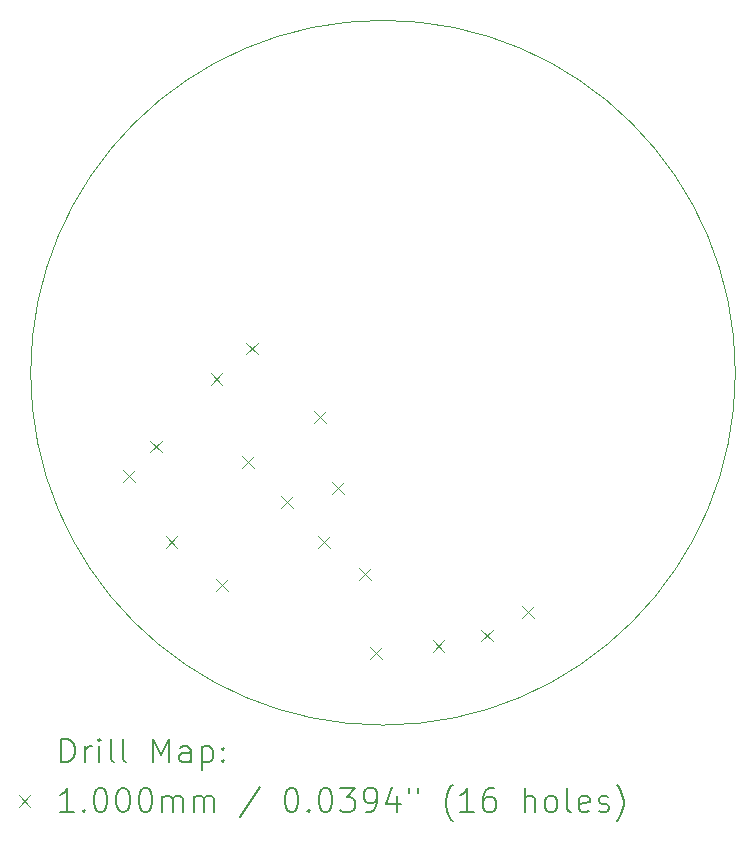
<source format=gbr>
%TF.GenerationSoftware,KiCad,Pcbnew,8.0.6+1*%
%TF.CreationDate,2024-11-22T08:02:13-05:00*%
%TF.ProjectId,GRRCoaster,47525243-6f61-4737-9465-722e6b696361,rev?*%
%TF.SameCoordinates,Original*%
%TF.FileFunction,Drillmap*%
%TF.FilePolarity,Positive*%
%FSLAX45Y45*%
G04 Gerber Fmt 4.5, Leading zero omitted, Abs format (unit mm)*
G04 Created by KiCad (PCBNEW 8.0.6+1) date 2024-11-22 08:02:13*
%MOMM*%
%LPD*%
G01*
G04 APERTURE LIST*
%ADD10C,0.050000*%
%ADD11C,0.200000*%
%ADD12C,0.100000*%
G04 APERTURE END LIST*
D10*
X7683287Y-4700000D02*
G75*
G02*
X1716713Y-4700000I-2983287J0D01*
G01*
X1716713Y-4700000D02*
G75*
G02*
X7683287Y-4700000I2983287J0D01*
G01*
D11*
D12*
X2500000Y-5525000D02*
X2600000Y-5625000D01*
X2600000Y-5525000D02*
X2500000Y-5625000D01*
X2730000Y-5275000D02*
X2830000Y-5375000D01*
X2830000Y-5275000D02*
X2730000Y-5375000D01*
X2860000Y-6085000D02*
X2960000Y-6185000D01*
X2960000Y-6085000D02*
X2860000Y-6185000D01*
X3240000Y-4705000D02*
X3340000Y-4805000D01*
X3340000Y-4705000D02*
X3240000Y-4805000D01*
X3290000Y-6445000D02*
X3390000Y-6545000D01*
X3390000Y-6445000D02*
X3290000Y-6545000D01*
X3510000Y-5405000D02*
X3610000Y-5505000D01*
X3610000Y-5405000D02*
X3510000Y-5505000D01*
X3540000Y-4445000D02*
X3640000Y-4545000D01*
X3640000Y-4445000D02*
X3540000Y-4545000D01*
X3840000Y-5745000D02*
X3940000Y-5845000D01*
X3940000Y-5745000D02*
X3840000Y-5845000D01*
X4120000Y-5025000D02*
X4220000Y-5125000D01*
X4220000Y-5025000D02*
X4120000Y-5125000D01*
X4150000Y-6085000D02*
X4250000Y-6185000D01*
X4250000Y-6085000D02*
X4150000Y-6185000D01*
X4270000Y-5625000D02*
X4370000Y-5725000D01*
X4370000Y-5625000D02*
X4270000Y-5725000D01*
X4500000Y-6355000D02*
X4600000Y-6455000D01*
X4600000Y-6355000D02*
X4500000Y-6455000D01*
X4590000Y-7025000D02*
X4690000Y-7125000D01*
X4690000Y-7025000D02*
X4590000Y-7125000D01*
X5120000Y-6965000D02*
X5220000Y-7065000D01*
X5220000Y-6965000D02*
X5120000Y-7065000D01*
X5530000Y-6875000D02*
X5630000Y-6975000D01*
X5630000Y-6875000D02*
X5530000Y-6975000D01*
X5880000Y-6675000D02*
X5980000Y-6775000D01*
X5980000Y-6675000D02*
X5880000Y-6775000D01*
D11*
X1974990Y-7997271D02*
X1974990Y-7797271D01*
X1974990Y-7797271D02*
X2022609Y-7797271D01*
X2022609Y-7797271D02*
X2051180Y-7806794D01*
X2051180Y-7806794D02*
X2070228Y-7825842D01*
X2070228Y-7825842D02*
X2079752Y-7844890D01*
X2079752Y-7844890D02*
X2089276Y-7882985D01*
X2089276Y-7882985D02*
X2089276Y-7911556D01*
X2089276Y-7911556D02*
X2079752Y-7949651D01*
X2079752Y-7949651D02*
X2070228Y-7968699D01*
X2070228Y-7968699D02*
X2051180Y-7987747D01*
X2051180Y-7987747D02*
X2022609Y-7997271D01*
X2022609Y-7997271D02*
X1974990Y-7997271D01*
X2174990Y-7997271D02*
X2174990Y-7863937D01*
X2174990Y-7902032D02*
X2184514Y-7882985D01*
X2184514Y-7882985D02*
X2194038Y-7873461D01*
X2194038Y-7873461D02*
X2213085Y-7863937D01*
X2213085Y-7863937D02*
X2232133Y-7863937D01*
X2298800Y-7997271D02*
X2298800Y-7863937D01*
X2298800Y-7797271D02*
X2289276Y-7806794D01*
X2289276Y-7806794D02*
X2298800Y-7816318D01*
X2298800Y-7816318D02*
X2308323Y-7806794D01*
X2308323Y-7806794D02*
X2298800Y-7797271D01*
X2298800Y-7797271D02*
X2298800Y-7816318D01*
X2422609Y-7997271D02*
X2403561Y-7987747D01*
X2403561Y-7987747D02*
X2394038Y-7968699D01*
X2394038Y-7968699D02*
X2394038Y-7797271D01*
X2527371Y-7997271D02*
X2508323Y-7987747D01*
X2508323Y-7987747D02*
X2498800Y-7968699D01*
X2498800Y-7968699D02*
X2498800Y-7797271D01*
X2755942Y-7997271D02*
X2755942Y-7797271D01*
X2755942Y-7797271D02*
X2822609Y-7940128D01*
X2822609Y-7940128D02*
X2889276Y-7797271D01*
X2889276Y-7797271D02*
X2889276Y-7997271D01*
X3070228Y-7997271D02*
X3070228Y-7892509D01*
X3070228Y-7892509D02*
X3060704Y-7873461D01*
X3060704Y-7873461D02*
X3041657Y-7863937D01*
X3041657Y-7863937D02*
X3003561Y-7863937D01*
X3003561Y-7863937D02*
X2984514Y-7873461D01*
X3070228Y-7987747D02*
X3051180Y-7997271D01*
X3051180Y-7997271D02*
X3003561Y-7997271D01*
X3003561Y-7997271D02*
X2984514Y-7987747D01*
X2984514Y-7987747D02*
X2974990Y-7968699D01*
X2974990Y-7968699D02*
X2974990Y-7949651D01*
X2974990Y-7949651D02*
X2984514Y-7930604D01*
X2984514Y-7930604D02*
X3003561Y-7921080D01*
X3003561Y-7921080D02*
X3051180Y-7921080D01*
X3051180Y-7921080D02*
X3070228Y-7911556D01*
X3165466Y-7863937D02*
X3165466Y-8063937D01*
X3165466Y-7873461D02*
X3184514Y-7863937D01*
X3184514Y-7863937D02*
X3222609Y-7863937D01*
X3222609Y-7863937D02*
X3241657Y-7873461D01*
X3241657Y-7873461D02*
X3251180Y-7882985D01*
X3251180Y-7882985D02*
X3260704Y-7902032D01*
X3260704Y-7902032D02*
X3260704Y-7959175D01*
X3260704Y-7959175D02*
X3251180Y-7978223D01*
X3251180Y-7978223D02*
X3241657Y-7987747D01*
X3241657Y-7987747D02*
X3222609Y-7997271D01*
X3222609Y-7997271D02*
X3184514Y-7997271D01*
X3184514Y-7997271D02*
X3165466Y-7987747D01*
X3346419Y-7978223D02*
X3355942Y-7987747D01*
X3355942Y-7987747D02*
X3346419Y-7997271D01*
X3346419Y-7997271D02*
X3336895Y-7987747D01*
X3336895Y-7987747D02*
X3346419Y-7978223D01*
X3346419Y-7978223D02*
X3346419Y-7997271D01*
X3346419Y-7873461D02*
X3355942Y-7882985D01*
X3355942Y-7882985D02*
X3346419Y-7892509D01*
X3346419Y-7892509D02*
X3336895Y-7882985D01*
X3336895Y-7882985D02*
X3346419Y-7873461D01*
X3346419Y-7873461D02*
X3346419Y-7892509D01*
D12*
X1614213Y-8275787D02*
X1714213Y-8375787D01*
X1714213Y-8275787D02*
X1614213Y-8375787D01*
D11*
X2079752Y-8417271D02*
X1965466Y-8417271D01*
X2022609Y-8417271D02*
X2022609Y-8217271D01*
X2022609Y-8217271D02*
X2003561Y-8245842D01*
X2003561Y-8245842D02*
X1984514Y-8264890D01*
X1984514Y-8264890D02*
X1965466Y-8274413D01*
X2165466Y-8398223D02*
X2174990Y-8407747D01*
X2174990Y-8407747D02*
X2165466Y-8417271D01*
X2165466Y-8417271D02*
X2155942Y-8407747D01*
X2155942Y-8407747D02*
X2165466Y-8398223D01*
X2165466Y-8398223D02*
X2165466Y-8417271D01*
X2298800Y-8217271D02*
X2317847Y-8217271D01*
X2317847Y-8217271D02*
X2336895Y-8226794D01*
X2336895Y-8226794D02*
X2346419Y-8236318D01*
X2346419Y-8236318D02*
X2355942Y-8255366D01*
X2355942Y-8255366D02*
X2365466Y-8293461D01*
X2365466Y-8293461D02*
X2365466Y-8341080D01*
X2365466Y-8341080D02*
X2355942Y-8379175D01*
X2355942Y-8379175D02*
X2346419Y-8398223D01*
X2346419Y-8398223D02*
X2336895Y-8407747D01*
X2336895Y-8407747D02*
X2317847Y-8417271D01*
X2317847Y-8417271D02*
X2298800Y-8417271D01*
X2298800Y-8417271D02*
X2279752Y-8407747D01*
X2279752Y-8407747D02*
X2270228Y-8398223D01*
X2270228Y-8398223D02*
X2260704Y-8379175D01*
X2260704Y-8379175D02*
X2251181Y-8341080D01*
X2251181Y-8341080D02*
X2251181Y-8293461D01*
X2251181Y-8293461D02*
X2260704Y-8255366D01*
X2260704Y-8255366D02*
X2270228Y-8236318D01*
X2270228Y-8236318D02*
X2279752Y-8226794D01*
X2279752Y-8226794D02*
X2298800Y-8217271D01*
X2489276Y-8217271D02*
X2508323Y-8217271D01*
X2508323Y-8217271D02*
X2527371Y-8226794D01*
X2527371Y-8226794D02*
X2536895Y-8236318D01*
X2536895Y-8236318D02*
X2546419Y-8255366D01*
X2546419Y-8255366D02*
X2555942Y-8293461D01*
X2555942Y-8293461D02*
X2555942Y-8341080D01*
X2555942Y-8341080D02*
X2546419Y-8379175D01*
X2546419Y-8379175D02*
X2536895Y-8398223D01*
X2536895Y-8398223D02*
X2527371Y-8407747D01*
X2527371Y-8407747D02*
X2508323Y-8417271D01*
X2508323Y-8417271D02*
X2489276Y-8417271D01*
X2489276Y-8417271D02*
X2470228Y-8407747D01*
X2470228Y-8407747D02*
X2460704Y-8398223D01*
X2460704Y-8398223D02*
X2451181Y-8379175D01*
X2451181Y-8379175D02*
X2441657Y-8341080D01*
X2441657Y-8341080D02*
X2441657Y-8293461D01*
X2441657Y-8293461D02*
X2451181Y-8255366D01*
X2451181Y-8255366D02*
X2460704Y-8236318D01*
X2460704Y-8236318D02*
X2470228Y-8226794D01*
X2470228Y-8226794D02*
X2489276Y-8217271D01*
X2679752Y-8217271D02*
X2698800Y-8217271D01*
X2698800Y-8217271D02*
X2717847Y-8226794D01*
X2717847Y-8226794D02*
X2727371Y-8236318D01*
X2727371Y-8236318D02*
X2736895Y-8255366D01*
X2736895Y-8255366D02*
X2746419Y-8293461D01*
X2746419Y-8293461D02*
X2746419Y-8341080D01*
X2746419Y-8341080D02*
X2736895Y-8379175D01*
X2736895Y-8379175D02*
X2727371Y-8398223D01*
X2727371Y-8398223D02*
X2717847Y-8407747D01*
X2717847Y-8407747D02*
X2698800Y-8417271D01*
X2698800Y-8417271D02*
X2679752Y-8417271D01*
X2679752Y-8417271D02*
X2660704Y-8407747D01*
X2660704Y-8407747D02*
X2651181Y-8398223D01*
X2651181Y-8398223D02*
X2641657Y-8379175D01*
X2641657Y-8379175D02*
X2632133Y-8341080D01*
X2632133Y-8341080D02*
X2632133Y-8293461D01*
X2632133Y-8293461D02*
X2641657Y-8255366D01*
X2641657Y-8255366D02*
X2651181Y-8236318D01*
X2651181Y-8236318D02*
X2660704Y-8226794D01*
X2660704Y-8226794D02*
X2679752Y-8217271D01*
X2832133Y-8417271D02*
X2832133Y-8283937D01*
X2832133Y-8302985D02*
X2841657Y-8293461D01*
X2841657Y-8293461D02*
X2860704Y-8283937D01*
X2860704Y-8283937D02*
X2889276Y-8283937D01*
X2889276Y-8283937D02*
X2908323Y-8293461D01*
X2908323Y-8293461D02*
X2917847Y-8312509D01*
X2917847Y-8312509D02*
X2917847Y-8417271D01*
X2917847Y-8312509D02*
X2927371Y-8293461D01*
X2927371Y-8293461D02*
X2946419Y-8283937D01*
X2946419Y-8283937D02*
X2974990Y-8283937D01*
X2974990Y-8283937D02*
X2994038Y-8293461D01*
X2994038Y-8293461D02*
X3003561Y-8312509D01*
X3003561Y-8312509D02*
X3003561Y-8417271D01*
X3098800Y-8417271D02*
X3098800Y-8283937D01*
X3098800Y-8302985D02*
X3108323Y-8293461D01*
X3108323Y-8293461D02*
X3127371Y-8283937D01*
X3127371Y-8283937D02*
X3155942Y-8283937D01*
X3155942Y-8283937D02*
X3174990Y-8293461D01*
X3174990Y-8293461D02*
X3184514Y-8312509D01*
X3184514Y-8312509D02*
X3184514Y-8417271D01*
X3184514Y-8312509D02*
X3194038Y-8293461D01*
X3194038Y-8293461D02*
X3213085Y-8283937D01*
X3213085Y-8283937D02*
X3241657Y-8283937D01*
X3241657Y-8283937D02*
X3260704Y-8293461D01*
X3260704Y-8293461D02*
X3270228Y-8312509D01*
X3270228Y-8312509D02*
X3270228Y-8417271D01*
X3660704Y-8207747D02*
X3489276Y-8464890D01*
X3917847Y-8217271D02*
X3936895Y-8217271D01*
X3936895Y-8217271D02*
X3955943Y-8226794D01*
X3955943Y-8226794D02*
X3965466Y-8236318D01*
X3965466Y-8236318D02*
X3974990Y-8255366D01*
X3974990Y-8255366D02*
X3984514Y-8293461D01*
X3984514Y-8293461D02*
X3984514Y-8341080D01*
X3984514Y-8341080D02*
X3974990Y-8379175D01*
X3974990Y-8379175D02*
X3965466Y-8398223D01*
X3965466Y-8398223D02*
X3955943Y-8407747D01*
X3955943Y-8407747D02*
X3936895Y-8417271D01*
X3936895Y-8417271D02*
X3917847Y-8417271D01*
X3917847Y-8417271D02*
X3898800Y-8407747D01*
X3898800Y-8407747D02*
X3889276Y-8398223D01*
X3889276Y-8398223D02*
X3879752Y-8379175D01*
X3879752Y-8379175D02*
X3870228Y-8341080D01*
X3870228Y-8341080D02*
X3870228Y-8293461D01*
X3870228Y-8293461D02*
X3879752Y-8255366D01*
X3879752Y-8255366D02*
X3889276Y-8236318D01*
X3889276Y-8236318D02*
X3898800Y-8226794D01*
X3898800Y-8226794D02*
X3917847Y-8217271D01*
X4070228Y-8398223D02*
X4079752Y-8407747D01*
X4079752Y-8407747D02*
X4070228Y-8417271D01*
X4070228Y-8417271D02*
X4060704Y-8407747D01*
X4060704Y-8407747D02*
X4070228Y-8398223D01*
X4070228Y-8398223D02*
X4070228Y-8417271D01*
X4203562Y-8217271D02*
X4222609Y-8217271D01*
X4222609Y-8217271D02*
X4241657Y-8226794D01*
X4241657Y-8226794D02*
X4251181Y-8236318D01*
X4251181Y-8236318D02*
X4260705Y-8255366D01*
X4260705Y-8255366D02*
X4270228Y-8293461D01*
X4270228Y-8293461D02*
X4270228Y-8341080D01*
X4270228Y-8341080D02*
X4260705Y-8379175D01*
X4260705Y-8379175D02*
X4251181Y-8398223D01*
X4251181Y-8398223D02*
X4241657Y-8407747D01*
X4241657Y-8407747D02*
X4222609Y-8417271D01*
X4222609Y-8417271D02*
X4203562Y-8417271D01*
X4203562Y-8417271D02*
X4184514Y-8407747D01*
X4184514Y-8407747D02*
X4174990Y-8398223D01*
X4174990Y-8398223D02*
X4165466Y-8379175D01*
X4165466Y-8379175D02*
X4155943Y-8341080D01*
X4155943Y-8341080D02*
X4155943Y-8293461D01*
X4155943Y-8293461D02*
X4165466Y-8255366D01*
X4165466Y-8255366D02*
X4174990Y-8236318D01*
X4174990Y-8236318D02*
X4184514Y-8226794D01*
X4184514Y-8226794D02*
X4203562Y-8217271D01*
X4336895Y-8217271D02*
X4460705Y-8217271D01*
X4460705Y-8217271D02*
X4394038Y-8293461D01*
X4394038Y-8293461D02*
X4422609Y-8293461D01*
X4422609Y-8293461D02*
X4441657Y-8302985D01*
X4441657Y-8302985D02*
X4451181Y-8312509D01*
X4451181Y-8312509D02*
X4460705Y-8331556D01*
X4460705Y-8331556D02*
X4460705Y-8379175D01*
X4460705Y-8379175D02*
X4451181Y-8398223D01*
X4451181Y-8398223D02*
X4441657Y-8407747D01*
X4441657Y-8407747D02*
X4422609Y-8417271D01*
X4422609Y-8417271D02*
X4365466Y-8417271D01*
X4365466Y-8417271D02*
X4346419Y-8407747D01*
X4346419Y-8407747D02*
X4336895Y-8398223D01*
X4555943Y-8417271D02*
X4594038Y-8417271D01*
X4594038Y-8417271D02*
X4613086Y-8407747D01*
X4613086Y-8407747D02*
X4622609Y-8398223D01*
X4622609Y-8398223D02*
X4641657Y-8369651D01*
X4641657Y-8369651D02*
X4651181Y-8331556D01*
X4651181Y-8331556D02*
X4651181Y-8255366D01*
X4651181Y-8255366D02*
X4641657Y-8236318D01*
X4641657Y-8236318D02*
X4632133Y-8226794D01*
X4632133Y-8226794D02*
X4613086Y-8217271D01*
X4613086Y-8217271D02*
X4574990Y-8217271D01*
X4574990Y-8217271D02*
X4555943Y-8226794D01*
X4555943Y-8226794D02*
X4546419Y-8236318D01*
X4546419Y-8236318D02*
X4536895Y-8255366D01*
X4536895Y-8255366D02*
X4536895Y-8302985D01*
X4536895Y-8302985D02*
X4546419Y-8322032D01*
X4546419Y-8322032D02*
X4555943Y-8331556D01*
X4555943Y-8331556D02*
X4574990Y-8341080D01*
X4574990Y-8341080D02*
X4613086Y-8341080D01*
X4613086Y-8341080D02*
X4632133Y-8331556D01*
X4632133Y-8331556D02*
X4641657Y-8322032D01*
X4641657Y-8322032D02*
X4651181Y-8302985D01*
X4822609Y-8283937D02*
X4822609Y-8417271D01*
X4774990Y-8207747D02*
X4727371Y-8350604D01*
X4727371Y-8350604D02*
X4851181Y-8350604D01*
X4917847Y-8217271D02*
X4917847Y-8255366D01*
X4994038Y-8217271D02*
X4994038Y-8255366D01*
X5289276Y-8493461D02*
X5279752Y-8483937D01*
X5279752Y-8483937D02*
X5260705Y-8455366D01*
X5260705Y-8455366D02*
X5251181Y-8436318D01*
X5251181Y-8436318D02*
X5241657Y-8407747D01*
X5241657Y-8407747D02*
X5232133Y-8360128D01*
X5232133Y-8360128D02*
X5232133Y-8322032D01*
X5232133Y-8322032D02*
X5241657Y-8274413D01*
X5241657Y-8274413D02*
X5251181Y-8245842D01*
X5251181Y-8245842D02*
X5260705Y-8226794D01*
X5260705Y-8226794D02*
X5279752Y-8198223D01*
X5279752Y-8198223D02*
X5289276Y-8188699D01*
X5470228Y-8417271D02*
X5355943Y-8417271D01*
X5413086Y-8417271D02*
X5413086Y-8217271D01*
X5413086Y-8217271D02*
X5394038Y-8245842D01*
X5394038Y-8245842D02*
X5374990Y-8264890D01*
X5374990Y-8264890D02*
X5355943Y-8274413D01*
X5641657Y-8217271D02*
X5603562Y-8217271D01*
X5603562Y-8217271D02*
X5584514Y-8226794D01*
X5584514Y-8226794D02*
X5574990Y-8236318D01*
X5574990Y-8236318D02*
X5555943Y-8264890D01*
X5555943Y-8264890D02*
X5546419Y-8302985D01*
X5546419Y-8302985D02*
X5546419Y-8379175D01*
X5546419Y-8379175D02*
X5555943Y-8398223D01*
X5555943Y-8398223D02*
X5565467Y-8407747D01*
X5565467Y-8407747D02*
X5584514Y-8417271D01*
X5584514Y-8417271D02*
X5622609Y-8417271D01*
X5622609Y-8417271D02*
X5641657Y-8407747D01*
X5641657Y-8407747D02*
X5651181Y-8398223D01*
X5651181Y-8398223D02*
X5660705Y-8379175D01*
X5660705Y-8379175D02*
X5660705Y-8331556D01*
X5660705Y-8331556D02*
X5651181Y-8312509D01*
X5651181Y-8312509D02*
X5641657Y-8302985D01*
X5641657Y-8302985D02*
X5622609Y-8293461D01*
X5622609Y-8293461D02*
X5584514Y-8293461D01*
X5584514Y-8293461D02*
X5565467Y-8302985D01*
X5565467Y-8302985D02*
X5555943Y-8312509D01*
X5555943Y-8312509D02*
X5546419Y-8331556D01*
X5898800Y-8417271D02*
X5898800Y-8217271D01*
X5984514Y-8417271D02*
X5984514Y-8312509D01*
X5984514Y-8312509D02*
X5974990Y-8293461D01*
X5974990Y-8293461D02*
X5955943Y-8283937D01*
X5955943Y-8283937D02*
X5927371Y-8283937D01*
X5927371Y-8283937D02*
X5908324Y-8293461D01*
X5908324Y-8293461D02*
X5898800Y-8302985D01*
X6108324Y-8417271D02*
X6089276Y-8407747D01*
X6089276Y-8407747D02*
X6079752Y-8398223D01*
X6079752Y-8398223D02*
X6070228Y-8379175D01*
X6070228Y-8379175D02*
X6070228Y-8322032D01*
X6070228Y-8322032D02*
X6079752Y-8302985D01*
X6079752Y-8302985D02*
X6089276Y-8293461D01*
X6089276Y-8293461D02*
X6108324Y-8283937D01*
X6108324Y-8283937D02*
X6136895Y-8283937D01*
X6136895Y-8283937D02*
X6155943Y-8293461D01*
X6155943Y-8293461D02*
X6165467Y-8302985D01*
X6165467Y-8302985D02*
X6174990Y-8322032D01*
X6174990Y-8322032D02*
X6174990Y-8379175D01*
X6174990Y-8379175D02*
X6165467Y-8398223D01*
X6165467Y-8398223D02*
X6155943Y-8407747D01*
X6155943Y-8407747D02*
X6136895Y-8417271D01*
X6136895Y-8417271D02*
X6108324Y-8417271D01*
X6289276Y-8417271D02*
X6270228Y-8407747D01*
X6270228Y-8407747D02*
X6260705Y-8388699D01*
X6260705Y-8388699D02*
X6260705Y-8217271D01*
X6441657Y-8407747D02*
X6422609Y-8417271D01*
X6422609Y-8417271D02*
X6384514Y-8417271D01*
X6384514Y-8417271D02*
X6365467Y-8407747D01*
X6365467Y-8407747D02*
X6355943Y-8388699D01*
X6355943Y-8388699D02*
X6355943Y-8312509D01*
X6355943Y-8312509D02*
X6365467Y-8293461D01*
X6365467Y-8293461D02*
X6384514Y-8283937D01*
X6384514Y-8283937D02*
X6422609Y-8283937D01*
X6422609Y-8283937D02*
X6441657Y-8293461D01*
X6441657Y-8293461D02*
X6451181Y-8312509D01*
X6451181Y-8312509D02*
X6451181Y-8331556D01*
X6451181Y-8331556D02*
X6355943Y-8350604D01*
X6527371Y-8407747D02*
X6546419Y-8417271D01*
X6546419Y-8417271D02*
X6584514Y-8417271D01*
X6584514Y-8417271D02*
X6603562Y-8407747D01*
X6603562Y-8407747D02*
X6613086Y-8388699D01*
X6613086Y-8388699D02*
X6613086Y-8379175D01*
X6613086Y-8379175D02*
X6603562Y-8360128D01*
X6603562Y-8360128D02*
X6584514Y-8350604D01*
X6584514Y-8350604D02*
X6555943Y-8350604D01*
X6555943Y-8350604D02*
X6536895Y-8341080D01*
X6536895Y-8341080D02*
X6527371Y-8322032D01*
X6527371Y-8322032D02*
X6527371Y-8312509D01*
X6527371Y-8312509D02*
X6536895Y-8293461D01*
X6536895Y-8293461D02*
X6555943Y-8283937D01*
X6555943Y-8283937D02*
X6584514Y-8283937D01*
X6584514Y-8283937D02*
X6603562Y-8293461D01*
X6679752Y-8493461D02*
X6689276Y-8483937D01*
X6689276Y-8483937D02*
X6708324Y-8455366D01*
X6708324Y-8455366D02*
X6717848Y-8436318D01*
X6717848Y-8436318D02*
X6727371Y-8407747D01*
X6727371Y-8407747D02*
X6736895Y-8360128D01*
X6736895Y-8360128D02*
X6736895Y-8322032D01*
X6736895Y-8322032D02*
X6727371Y-8274413D01*
X6727371Y-8274413D02*
X6717848Y-8245842D01*
X6717848Y-8245842D02*
X6708324Y-8226794D01*
X6708324Y-8226794D02*
X6689276Y-8198223D01*
X6689276Y-8198223D02*
X6679752Y-8188699D01*
M02*

</source>
